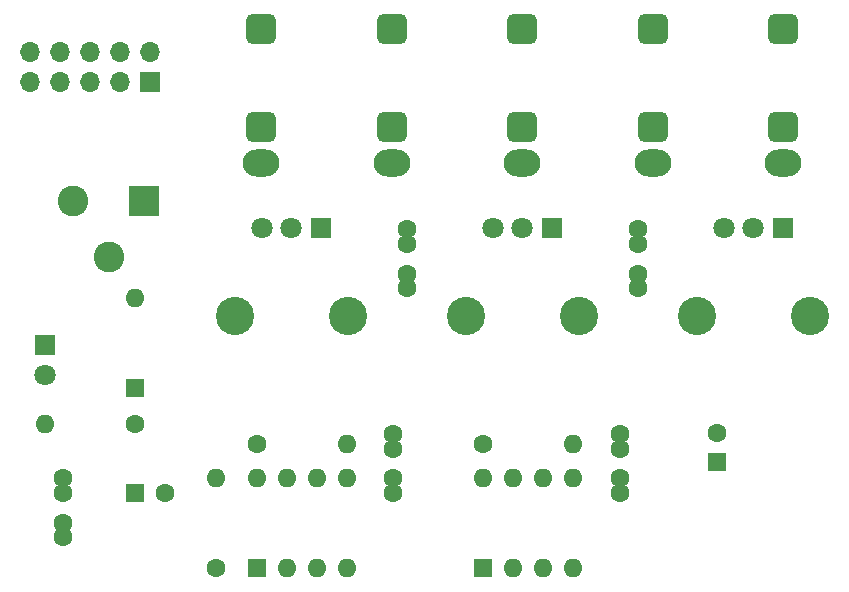
<source format=gts>
%TF.GenerationSoftware,KiCad,Pcbnew,(6.0.0-0)*%
%TF.CreationDate,2022-04-11T21:27:53+01:00*%
%TF.ProjectId,atari-punk,61746172-692d-4707-956e-6b2e6b696361,r01*%
%TF.SameCoordinates,Original*%
%TF.FileFunction,Soldermask,Top*%
%TF.FilePolarity,Negative*%
%FSLAX46Y46*%
G04 Gerber Fmt 4.6, Leading zero omitted, Abs format (unit mm)*
G04 Created by KiCad (PCBNEW (6.0.0-0)) date 2022-04-11 21:27:53*
%MOMM*%
%LPD*%
G01*
G04 APERTURE LIST*
G04 Aperture macros list*
%AMRoundRect*
0 Rectangle with rounded corners*
0 $1 Rounding radius*
0 $2 $3 $4 $5 $6 $7 $8 $9 X,Y pos of 4 corners*
0 Add a 4 corners polygon primitive as box body*
4,1,4,$2,$3,$4,$5,$6,$7,$8,$9,$2,$3,0*
0 Add four circle primitives for the rounded corners*
1,1,$1+$1,$2,$3*
1,1,$1+$1,$4,$5*
1,1,$1+$1,$6,$7*
1,1,$1+$1,$8,$9*
0 Add four rect primitives between the rounded corners*
20,1,$1+$1,$2,$3,$4,$5,0*
20,1,$1+$1,$4,$5,$6,$7,0*
20,1,$1+$1,$6,$7,$8,$9,0*
20,1,$1+$1,$8,$9,$2,$3,0*%
G04 Aperture macros list end*
%ADD10C,1.600000*%
%ADD11R,1.800000X1.800000*%
%ADD12C,1.800000*%
%ADD13R,1.600000X1.600000*%
%ADD14O,1.600000X1.600000*%
%ADD15R,1.700000X1.700000*%
%ADD16O,1.700000X1.700000*%
%ADD17C,3.240000*%
%ADD18R,2.600000X2.600000*%
%ADD19C,2.600000*%
%ADD20O,3.100000X2.300000*%
%ADD21RoundRect,0.650000X-0.650000X-0.650000X0.650000X-0.650000X0.650000X0.650000X-0.650000X0.650000X0*%
G04 APERTURE END LIST*
D10*
%TO.C,C2*%
X132080000Y-57257000D03*
X132080000Y-56007000D03*
X132080000Y-59757000D03*
X132080000Y-61007000D03*
%TD*%
D11*
%TO.C,D2*%
X101473000Y-65786000D03*
D12*
X101473000Y-68326000D03*
%TD*%
D13*
%TO.C,C3*%
X109093000Y-78359000D03*
D10*
X111593000Y-78359000D03*
%TD*%
D13*
%TO.C,U2*%
X138557000Y-84709000D03*
D14*
X141097000Y-84709000D03*
X143637000Y-84709000D03*
X146177000Y-84709000D03*
X146177000Y-77089000D03*
X143637000Y-77089000D03*
X141097000Y-77089000D03*
X138557000Y-77089000D03*
%TD*%
D10*
%TO.C,C1*%
X130937000Y-77089000D03*
X130937000Y-78339000D03*
X130937000Y-74589000D03*
X130937000Y-73339000D03*
%TD*%
%TO.C,R1*%
X109093000Y-72517000D03*
D14*
X101473000Y-72517000D03*
%TD*%
D13*
%TO.C,D1*%
X109093000Y-69469000D03*
D14*
X109093000Y-61849000D03*
%TD*%
D15*
%TO.C,J2*%
X110363000Y-43561000D03*
D16*
X110363000Y-41021000D03*
X107823000Y-43561000D03*
X107823000Y-41021000D03*
X105283000Y-43561000D03*
X105283000Y-41021000D03*
X102743000Y-43561000D03*
X102743000Y-41021000D03*
X100203000Y-43561000D03*
X100203000Y-41021000D03*
%TD*%
D17*
%TO.C,RV3*%
X166217000Y-63373000D03*
X156617000Y-63373000D03*
D11*
X163917000Y-55873000D03*
D12*
X161417000Y-55873000D03*
X158917000Y-55873000D03*
%TD*%
D10*
%TO.C,R4*%
X138557000Y-74168000D03*
D14*
X146177000Y-74168000D03*
%TD*%
D13*
%TO.C,C7*%
X158369000Y-75731380D03*
D10*
X158369000Y-73231380D03*
%TD*%
D17*
%TO.C,RV1*%
X127101000Y-63370000D03*
X117501000Y-63370000D03*
D11*
X124801000Y-55870000D03*
D12*
X122301000Y-55870000D03*
X119801000Y-55870000D03*
%TD*%
D18*
%TO.C,J1*%
X109832000Y-53606000D03*
D19*
X103832000Y-53606000D03*
X106832000Y-58306000D03*
%TD*%
D17*
%TO.C,RV2*%
X146659000Y-63373000D03*
X137059000Y-63373000D03*
D11*
X144359000Y-55873000D03*
D12*
X141859000Y-55873000D03*
X139359000Y-55873000D03*
%TD*%
D20*
%TO.C,J6*%
X141859000Y-50422000D03*
D21*
X141859000Y-39022000D03*
X141859000Y-47322000D03*
%TD*%
D10*
%TO.C,C6*%
X150114000Y-77089000D03*
X150114000Y-78339000D03*
X150114000Y-74589000D03*
X150114000Y-73339000D03*
%TD*%
D20*
%TO.C,J3*%
X130810000Y-50422000D03*
D21*
X130810000Y-39022000D03*
X130810000Y-47322000D03*
%TD*%
D10*
%TO.C,R2*%
X115951000Y-84709000D03*
D14*
X115951000Y-77089000D03*
%TD*%
D10*
%TO.C,C4*%
X102997000Y-77089000D03*
X102997000Y-78339000D03*
X102997000Y-80839000D03*
X102997000Y-82089000D03*
%TD*%
D20*
%TO.C,J5*%
X152908000Y-50422000D03*
D21*
X152908000Y-39022000D03*
X152908000Y-47322000D03*
%TD*%
D20*
%TO.C,J4*%
X119761000Y-50422000D03*
D21*
X119761000Y-39022000D03*
X119761000Y-47322000D03*
%TD*%
D10*
%TO.C,C5*%
X151638000Y-57257000D03*
X151638000Y-56007000D03*
X151638000Y-59757000D03*
X151638000Y-61007000D03*
%TD*%
%TO.C,R3*%
X119380000Y-74168000D03*
D14*
X127000000Y-74168000D03*
%TD*%
D13*
%TO.C,U1*%
X119380000Y-84709000D03*
D14*
X121920000Y-84709000D03*
X124460000Y-84709000D03*
X127000000Y-84709000D03*
X127000000Y-77089000D03*
X124460000Y-77089000D03*
X121920000Y-77089000D03*
X119380000Y-77089000D03*
%TD*%
D20*
%TO.C,J7*%
X163957000Y-50422000D03*
D21*
X163957000Y-39022000D03*
X163957000Y-47322000D03*
%TD*%
M02*

</source>
